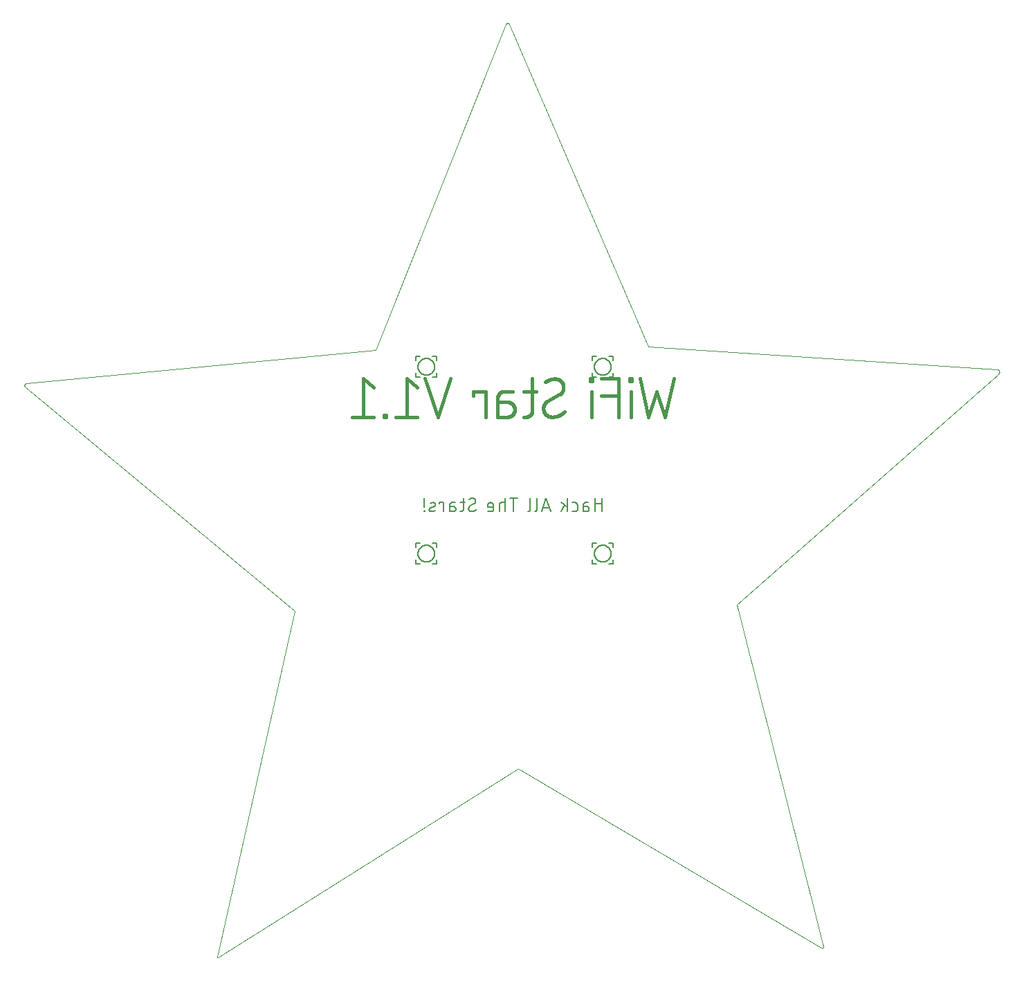
<source format=gbo>
G04 EAGLE Gerber RS-274X export*
G75*
%MOMM*%
%FSLAX34Y34*%
%LPD*%
%INSilkscreen Bottom*%
%IPPOS*%
%AMOC8*
5,1,8,0,0,1.08239X$1,22.5*%
G01*
%ADD10C,0.001000*%
%ADD11C,0.406400*%
%ADD12C,0.152400*%


D10*
X767380Y748707D02*
X596777Y1142947D01*
X596737Y1143033D01*
X596694Y1143119D01*
X596647Y1143202D01*
X596597Y1143283D01*
X596543Y1143362D01*
X596487Y1143439D01*
X596427Y1143513D01*
X596364Y1143585D01*
X596298Y1143655D01*
X596230Y1143721D01*
X596159Y1143785D01*
X596085Y1143845D01*
X596009Y1143903D01*
X595930Y1143957D01*
X595849Y1144008D01*
X595767Y1144056D01*
X595682Y1144100D01*
X595596Y1144141D01*
X595508Y1144178D01*
X595418Y1144211D01*
X595327Y1144241D01*
X595235Y1144267D01*
X595143Y1144289D01*
X595049Y1144307D01*
X594954Y1144321D01*
X594860Y1144332D01*
X594764Y1144338D01*
X594669Y1144341D01*
X594573Y1144340D01*
X594478Y1144334D01*
X594383Y1144325D01*
X594288Y1144312D01*
X594194Y1144295D01*
X594101Y1144274D01*
X594009Y1144249D01*
X593918Y1144221D01*
X593828Y1144188D01*
X593740Y1144153D01*
X593653Y1144113D01*
X593567Y1144070D01*
X593484Y1144023D01*
X593403Y1143973D01*
X593323Y1143920D01*
X593247Y1143863D01*
X593172Y1143804D01*
X593100Y1143741D01*
X593031Y1143676D01*
X592964Y1143607D01*
X592900Y1143536D01*
X592839Y1143462D01*
X592782Y1143386D01*
X592727Y1143308D01*
X592676Y1143227D01*
X592628Y1143145D01*
X592584Y1143060D01*
X592543Y1142974D01*
X592506Y1142886D01*
X433200Y743945D01*
X5663Y703530D01*
X5568Y703520D01*
X5473Y703505D01*
X5379Y703486D01*
X5286Y703464D01*
X5193Y703437D01*
X5102Y703407D01*
X5012Y703374D01*
X4924Y703336D01*
X4837Y703296D01*
X4752Y703251D01*
X4668Y703204D01*
X4587Y703153D01*
X4508Y703098D01*
X4431Y703041D01*
X4357Y702980D01*
X4285Y702917D01*
X4215Y702850D01*
X4149Y702781D01*
X4085Y702709D01*
X4024Y702635D01*
X3967Y702558D01*
X3912Y702479D01*
X3861Y702398D01*
X3813Y702315D01*
X3768Y702230D01*
X3727Y702143D01*
X3690Y702055D01*
X3656Y701965D01*
X3626Y701874D01*
X3599Y701782D01*
X3576Y701688D01*
X3557Y701594D01*
X3542Y701500D01*
X3531Y701404D01*
X3524Y701309D01*
X3520Y701213D01*
X3521Y701117D01*
X3525Y701021D01*
X3533Y700925D01*
X3545Y700830D01*
X3561Y700735D01*
X3581Y700641D01*
X3605Y700548D01*
X3632Y700456D01*
X3663Y700365D01*
X3698Y700276D01*
X3736Y700188D01*
X3778Y700101D01*
X3823Y700017D01*
X3872Y699934D01*
X3924Y699853D01*
X3979Y699775D01*
X4037Y699699D01*
X4099Y699625D01*
X4163Y699554D01*
X4230Y699485D01*
X4300Y699419D01*
X4373Y699356D01*
X4372Y699356D02*
X334466Y424653D01*
X239866Y1453D01*
X239857Y1405D01*
X239852Y1357D01*
X239851Y1308D01*
X239854Y1260D01*
X239860Y1212D01*
X239870Y1165D01*
X239884Y1118D01*
X239902Y1073D01*
X239923Y1029D01*
X239947Y987D01*
X239974Y947D01*
X240005Y910D01*
X240038Y875D01*
X240074Y842D01*
X240113Y813D01*
X240154Y787D01*
X240196Y763D01*
X240240Y744D01*
X240286Y728D01*
X240333Y715D01*
X240381Y706D01*
X240429Y701D01*
X240477Y700D01*
X240526Y703D01*
X240574Y709D01*
X240621Y719D01*
X240668Y733D01*
X240713Y750D01*
X240757Y771D01*
X240799Y795D01*
X607616Y232081D01*
X978645Y12656D01*
X978716Y12616D01*
X978789Y12580D01*
X978864Y12547D01*
X978940Y12518D01*
X979017Y12493D01*
X979095Y12471D01*
X979175Y12453D01*
X979255Y12439D01*
X979336Y12429D01*
X979417Y12422D01*
X979498Y12420D01*
X979580Y12422D01*
X979661Y12427D01*
X979742Y12436D01*
X979822Y12449D01*
X979902Y12466D01*
X979980Y12487D01*
X980058Y12512D01*
X980134Y12540D01*
X980209Y12572D01*
X980282Y12607D01*
X980354Y12646D01*
X980423Y12688D01*
X980491Y12734D01*
X980556Y12783D01*
X980619Y12835D01*
X980679Y12889D01*
X980736Y12947D01*
X980791Y13007D01*
X980843Y13070D01*
X980891Y13136D01*
X980937Y13203D01*
X980979Y13273D01*
X981018Y13344D01*
X981053Y13418D01*
X981085Y13493D01*
X981113Y13569D01*
X981137Y13647D01*
X981158Y13726D01*
X981174Y13805D01*
X981187Y13886D01*
X981196Y13966D01*
X981202Y14048D01*
X981203Y14129D01*
X981200Y14210D01*
X981194Y14292D01*
X981183Y14372D01*
X981169Y14452D01*
X981151Y14532D01*
X981150Y14532D02*
X875170Y432359D01*
X1195568Y714823D01*
X1195652Y714899D01*
X1195734Y714979D01*
X1195812Y715061D01*
X1195888Y715145D01*
X1195960Y715233D01*
X1196030Y715322D01*
X1196097Y715414D01*
X1196160Y715508D01*
X1196220Y715605D01*
X1196277Y715703D01*
X1196330Y715803D01*
X1196380Y715905D01*
X1196427Y716009D01*
X1196470Y716114D01*
X1196509Y716220D01*
X1196545Y716328D01*
X1196577Y716437D01*
X1196605Y716547D01*
X1196629Y716658D01*
X1196650Y716769D01*
X1196667Y716882D01*
X1196680Y716995D01*
X1196689Y717108D01*
X1196695Y717221D01*
X1196696Y717335D01*
X1196694Y717448D01*
X1196687Y717562D01*
X1196677Y717675D01*
X1196663Y717787D01*
X1196645Y717899D01*
X1196624Y718011D01*
X1196598Y718121D01*
X1196569Y718231D01*
X1196536Y718340D01*
X1196499Y718447D01*
X1196459Y718553D01*
X1196415Y718658D01*
X1196368Y718761D01*
X1196317Y718863D01*
X1196263Y718962D01*
X1196205Y719060D01*
X1196144Y719156D01*
X1196080Y719250D01*
X1196012Y719341D01*
X1195942Y719430D01*
X1195868Y719517D01*
X1195792Y719601D01*
X1195713Y719682D01*
X1195631Y719761D01*
X1195546Y719836D01*
X1195459Y719909D01*
X1195370Y719979D01*
X1195278Y720046D01*
X1195184Y720109D01*
X1195088Y720170D01*
X1194990Y720227D01*
X1194890Y720280D01*
X1194788Y720331D01*
X1194684Y720377D01*
X1194579Y720420D01*
X1194473Y720460D01*
X1194365Y720496D01*
X1194256Y720528D01*
X1194146Y720557D01*
X1194035Y720581D01*
X1193924Y720602D01*
X1193812Y720619D01*
X1193699Y720632D01*
X1193586Y720642D01*
X1193585Y720642D02*
X767380Y748707D01*
D11*
X798068Y709168D02*
X787682Y662432D01*
X777296Y693589D01*
X766911Y662432D01*
X756525Y709168D01*
X745546Y693589D02*
X745546Y662432D01*
X746845Y706572D02*
X746845Y709168D01*
X744248Y709168D01*
X744248Y706572D01*
X746845Y706572D01*
X730608Y709168D02*
X730608Y662432D01*
X730608Y709168D02*
X709836Y709168D01*
X709836Y688396D02*
X730608Y688396D01*
X697287Y693589D02*
X697287Y662432D01*
X698585Y706572D02*
X698585Y709168D01*
X695988Y709168D01*
X695988Y706572D01*
X698585Y706572D01*
X648970Y662432D02*
X648719Y662435D01*
X648468Y662444D01*
X648218Y662459D01*
X647968Y662480D01*
X647718Y662508D01*
X647469Y662541D01*
X647221Y662580D01*
X646975Y662625D01*
X646729Y662677D01*
X646484Y662734D01*
X646242Y662797D01*
X646000Y662866D01*
X645761Y662940D01*
X645523Y663021D01*
X645287Y663107D01*
X645054Y663199D01*
X644822Y663296D01*
X644593Y663399D01*
X644367Y663508D01*
X644143Y663622D01*
X643923Y663741D01*
X643705Y663866D01*
X643490Y663995D01*
X643278Y664130D01*
X643070Y664270D01*
X642865Y664416D01*
X642664Y664566D01*
X642466Y664720D01*
X642273Y664880D01*
X642083Y665044D01*
X641897Y665213D01*
X641715Y665386D01*
X641538Y665563D01*
X641365Y665745D01*
X641196Y665931D01*
X641032Y666121D01*
X640872Y666314D01*
X640718Y666512D01*
X640568Y666713D01*
X640422Y666918D01*
X640282Y667126D01*
X640147Y667338D01*
X640018Y667553D01*
X639893Y667771D01*
X639774Y667991D01*
X639660Y668215D01*
X639551Y668441D01*
X639448Y668670D01*
X639351Y668901D01*
X639259Y669135D01*
X639173Y669371D01*
X639092Y669609D01*
X639018Y669848D01*
X638949Y670090D01*
X638886Y670332D01*
X638829Y670577D01*
X638777Y670823D01*
X638732Y671069D01*
X638693Y671317D01*
X638660Y671566D01*
X638632Y671816D01*
X638611Y672066D01*
X638596Y672316D01*
X638587Y672567D01*
X638584Y672818D01*
X648970Y662432D02*
X649495Y662438D01*
X650020Y662457D01*
X650544Y662489D01*
X651067Y662532D01*
X651589Y662589D01*
X652109Y662658D01*
X652628Y662739D01*
X653144Y662833D01*
X653658Y662939D01*
X654170Y663057D01*
X654678Y663188D01*
X655183Y663330D01*
X655685Y663485D01*
X656183Y663651D01*
X656676Y663830D01*
X657166Y664020D01*
X657650Y664222D01*
X658130Y664436D01*
X658604Y664660D01*
X659073Y664897D01*
X659536Y665144D01*
X659993Y665402D01*
X660444Y665671D01*
X660888Y665951D01*
X661325Y666241D01*
X661755Y666542D01*
X662178Y666853D01*
X662594Y667174D01*
X663001Y667505D01*
X663401Y667846D01*
X663792Y668196D01*
X664175Y668555D01*
X664549Y668923D01*
X663251Y698782D02*
X663248Y699033D01*
X663239Y699284D01*
X663224Y699534D01*
X663203Y699784D01*
X663175Y700034D01*
X663142Y700283D01*
X663103Y700531D01*
X663058Y700777D01*
X663006Y701023D01*
X662949Y701268D01*
X662886Y701510D01*
X662817Y701752D01*
X662743Y701991D01*
X662662Y702229D01*
X662576Y702465D01*
X662484Y702699D01*
X662387Y702930D01*
X662284Y703159D01*
X662175Y703385D01*
X662061Y703609D01*
X661942Y703829D01*
X661817Y704047D01*
X661688Y704262D01*
X661553Y704474D01*
X661413Y704682D01*
X661267Y704887D01*
X661117Y705088D01*
X660963Y705286D01*
X660803Y705479D01*
X660639Y705669D01*
X660470Y705855D01*
X660297Y706037D01*
X660120Y706214D01*
X659938Y706387D01*
X659752Y706556D01*
X659562Y706720D01*
X659369Y706880D01*
X659171Y707034D01*
X658970Y707184D01*
X658765Y707330D01*
X658557Y707470D01*
X658345Y707605D01*
X658130Y707734D01*
X657912Y707859D01*
X657692Y707978D01*
X657468Y708092D01*
X657242Y708201D01*
X657013Y708304D01*
X656782Y708401D01*
X656548Y708493D01*
X656312Y708579D01*
X656074Y708660D01*
X655835Y708734D01*
X655593Y708803D01*
X655351Y708866D01*
X655106Y708923D01*
X654860Y708975D01*
X654614Y709020D01*
X654366Y709059D01*
X654117Y709092D01*
X653867Y709120D01*
X653617Y709141D01*
X653367Y709156D01*
X653116Y709165D01*
X652865Y709168D01*
X652401Y709162D01*
X651937Y709146D01*
X651474Y709118D01*
X651011Y709080D01*
X650550Y709030D01*
X650090Y708969D01*
X649631Y708898D01*
X649175Y708815D01*
X648720Y708722D01*
X648268Y708618D01*
X647818Y708503D01*
X647371Y708377D01*
X646928Y708241D01*
X646487Y708094D01*
X646051Y707937D01*
X645618Y707769D01*
X645189Y707591D01*
X644765Y707403D01*
X644345Y707205D01*
X643930Y706997D01*
X643521Y706779D01*
X643116Y706552D01*
X642717Y706315D01*
X642324Y706068D01*
X641937Y705812D01*
X641556Y705547D01*
X641181Y705273D01*
X658057Y689695D02*
X658275Y689826D01*
X658490Y689964D01*
X658701Y690106D01*
X658909Y690253D01*
X659113Y690406D01*
X659313Y690563D01*
X659510Y690725D01*
X659702Y690892D01*
X659891Y691063D01*
X660075Y691239D01*
X660255Y691419D01*
X660430Y691603D01*
X660601Y691792D01*
X660768Y691985D01*
X660930Y692182D01*
X661087Y692382D01*
X661239Y692586D01*
X661386Y692794D01*
X661528Y693006D01*
X661665Y693221D01*
X661796Y693439D01*
X661923Y693660D01*
X662044Y693884D01*
X662159Y694111D01*
X662269Y694340D01*
X662374Y694573D01*
X662473Y694808D01*
X662566Y695045D01*
X662653Y695284D01*
X662735Y695525D01*
X662810Y695768D01*
X662880Y696013D01*
X662944Y696260D01*
X663002Y696508D01*
X663054Y696757D01*
X663100Y697008D01*
X663139Y697259D01*
X663173Y697512D01*
X663201Y697765D01*
X663222Y698019D01*
X663238Y698273D01*
X663247Y698527D01*
X663250Y698782D01*
X643777Y681906D02*
X643559Y681774D01*
X643344Y681636D01*
X643133Y681494D01*
X642925Y681347D01*
X642721Y681194D01*
X642521Y681037D01*
X642324Y680875D01*
X642132Y680708D01*
X641943Y680537D01*
X641759Y680361D01*
X641579Y680181D01*
X641404Y679997D01*
X641233Y679808D01*
X641066Y679615D01*
X640904Y679418D01*
X640747Y679218D01*
X640595Y679014D01*
X640448Y678806D01*
X640306Y678594D01*
X640169Y678379D01*
X640038Y678161D01*
X639911Y677940D01*
X639790Y677716D01*
X639675Y677489D01*
X639565Y677260D01*
X639460Y677027D01*
X639361Y676793D01*
X639268Y676555D01*
X639181Y676316D01*
X639099Y676075D01*
X639024Y675832D01*
X638954Y675587D01*
X638890Y675340D01*
X638832Y675092D01*
X638780Y674843D01*
X638734Y674592D01*
X638695Y674341D01*
X638661Y674088D01*
X638633Y673835D01*
X638612Y673581D01*
X638596Y673327D01*
X638587Y673073D01*
X638584Y672818D01*
X643777Y681905D02*
X658058Y689695D01*
X630089Y693589D02*
X614511Y693589D01*
X624897Y709168D02*
X624897Y670221D01*
X624896Y670221D02*
X624894Y670033D01*
X624887Y669845D01*
X624876Y669657D01*
X624860Y669469D01*
X624839Y669282D01*
X624814Y669096D01*
X624785Y668910D01*
X624751Y668725D01*
X624712Y668540D01*
X624670Y668357D01*
X624622Y668175D01*
X624571Y667994D01*
X624515Y667814D01*
X624454Y667636D01*
X624390Y667459D01*
X624321Y667284D01*
X624248Y667110D01*
X624171Y666939D01*
X624089Y666769D01*
X624004Y666601D01*
X623914Y666436D01*
X623821Y666272D01*
X623724Y666111D01*
X623622Y665953D01*
X623517Y665796D01*
X623408Y665643D01*
X623296Y665492D01*
X623180Y665344D01*
X623060Y665198D01*
X622937Y665056D01*
X622811Y664917D01*
X622681Y664780D01*
X622548Y664647D01*
X622411Y664517D01*
X622272Y664391D01*
X622130Y664268D01*
X621984Y664148D01*
X621836Y664032D01*
X621685Y663920D01*
X621532Y663811D01*
X621375Y663706D01*
X621217Y663604D01*
X621056Y663507D01*
X620892Y663414D01*
X620727Y663324D01*
X620559Y663239D01*
X620389Y663157D01*
X620218Y663080D01*
X620044Y663007D01*
X619869Y662938D01*
X619692Y662874D01*
X619514Y662813D01*
X619334Y662757D01*
X619153Y662706D01*
X618971Y662658D01*
X618788Y662616D01*
X618603Y662577D01*
X618418Y662543D01*
X618232Y662514D01*
X618046Y662489D01*
X617859Y662468D01*
X617671Y662452D01*
X617483Y662441D01*
X617295Y662434D01*
X617107Y662432D01*
X614511Y662432D01*
X594413Y680607D02*
X582729Y680607D01*
X594413Y680608D02*
X594634Y680605D01*
X594855Y680597D01*
X595076Y680584D01*
X595297Y680565D01*
X595517Y680541D01*
X595736Y680511D01*
X595955Y680476D01*
X596172Y680436D01*
X596389Y680391D01*
X596604Y680340D01*
X596819Y680284D01*
X597031Y680223D01*
X597242Y680156D01*
X597452Y680085D01*
X597660Y680008D01*
X597865Y679927D01*
X598069Y679840D01*
X598270Y679749D01*
X598470Y679652D01*
X598667Y679551D01*
X598861Y679445D01*
X599052Y679335D01*
X599241Y679219D01*
X599427Y679099D01*
X599611Y678975D01*
X599791Y678846D01*
X599967Y678713D01*
X600141Y678576D01*
X600311Y678434D01*
X600478Y678288D01*
X600641Y678139D01*
X600800Y677985D01*
X600955Y677828D01*
X601107Y677667D01*
X601255Y677502D01*
X601398Y677333D01*
X601538Y677162D01*
X601673Y676986D01*
X601804Y676808D01*
X601931Y676626D01*
X602053Y676442D01*
X602170Y676254D01*
X602283Y676064D01*
X602392Y675871D01*
X602495Y675675D01*
X602594Y675477D01*
X602688Y675277D01*
X602777Y675074D01*
X602861Y674870D01*
X602940Y674663D01*
X603014Y674454D01*
X603083Y674244D01*
X603147Y674032D01*
X603205Y673819D01*
X603259Y673604D01*
X603307Y673388D01*
X603350Y673171D01*
X603387Y672953D01*
X603420Y672734D01*
X603446Y672514D01*
X603468Y672294D01*
X603484Y672073D01*
X603495Y671852D01*
X603500Y671631D01*
X603500Y671409D01*
X603495Y671188D01*
X603484Y670967D01*
X603468Y670746D01*
X603446Y670526D01*
X603420Y670306D01*
X603387Y670087D01*
X603350Y669869D01*
X603307Y669652D01*
X603259Y669436D01*
X603205Y669221D01*
X603147Y669008D01*
X603083Y668796D01*
X603014Y668586D01*
X602940Y668377D01*
X602861Y668170D01*
X602777Y667966D01*
X602688Y667763D01*
X602594Y667563D01*
X602495Y667365D01*
X602392Y667169D01*
X602283Y666976D01*
X602170Y666786D01*
X602053Y666598D01*
X601931Y666414D01*
X601804Y666232D01*
X601673Y666054D01*
X601538Y665878D01*
X601398Y665707D01*
X601255Y665538D01*
X601107Y665373D01*
X600955Y665212D01*
X600800Y665055D01*
X600641Y664901D01*
X600478Y664752D01*
X600311Y664606D01*
X600141Y664464D01*
X599967Y664327D01*
X599791Y664194D01*
X599611Y664065D01*
X599427Y663941D01*
X599241Y663821D01*
X599052Y663705D01*
X598861Y663595D01*
X598667Y663489D01*
X598470Y663388D01*
X598270Y663291D01*
X598069Y663200D01*
X597865Y663113D01*
X597660Y663032D01*
X597452Y662955D01*
X597242Y662884D01*
X597031Y662817D01*
X596819Y662756D01*
X596604Y662700D01*
X596389Y662649D01*
X596172Y662604D01*
X595955Y662564D01*
X595736Y662529D01*
X595517Y662499D01*
X595297Y662475D01*
X595076Y662456D01*
X594855Y662443D01*
X594634Y662435D01*
X594413Y662432D01*
X582729Y662432D01*
X582729Y685800D01*
X582731Y685988D01*
X582738Y686176D01*
X582749Y686364D01*
X582765Y686552D01*
X582786Y686739D01*
X582811Y686925D01*
X582840Y687111D01*
X582874Y687296D01*
X582913Y687481D01*
X582955Y687664D01*
X583003Y687846D01*
X583054Y688027D01*
X583110Y688207D01*
X583171Y688385D01*
X583235Y688562D01*
X583304Y688737D01*
X583377Y688911D01*
X583454Y689082D01*
X583536Y689252D01*
X583621Y689420D01*
X583711Y689585D01*
X583804Y689749D01*
X583901Y689910D01*
X584003Y690068D01*
X584108Y690225D01*
X584217Y690378D01*
X584329Y690529D01*
X584445Y690677D01*
X584565Y690823D01*
X584688Y690965D01*
X584814Y691104D01*
X584944Y691241D01*
X585077Y691374D01*
X585214Y691504D01*
X585353Y691630D01*
X585495Y691753D01*
X585641Y691873D01*
X585789Y691989D01*
X585940Y692101D01*
X586093Y692210D01*
X586250Y692315D01*
X586408Y692417D01*
X586569Y692514D01*
X586733Y692607D01*
X586898Y692697D01*
X587066Y692782D01*
X587236Y692864D01*
X587407Y692941D01*
X587581Y693014D01*
X587756Y693083D01*
X587933Y693147D01*
X588111Y693208D01*
X588291Y693264D01*
X588472Y693315D01*
X588654Y693363D01*
X588837Y693405D01*
X589022Y693444D01*
X589207Y693478D01*
X589393Y693507D01*
X589579Y693532D01*
X589766Y693553D01*
X589954Y693569D01*
X590142Y693580D01*
X590330Y693587D01*
X590518Y693589D01*
X600904Y693589D01*
X568017Y693589D02*
X568017Y662432D01*
X568017Y693589D02*
X552439Y693589D01*
X552439Y688396D01*
X524905Y709168D02*
X509327Y662432D01*
X493748Y709168D01*
X484209Y698782D02*
X471227Y709168D01*
X471227Y662432D01*
X484209Y662432D02*
X458244Y662432D01*
X445855Y662432D02*
X445855Y665028D01*
X443258Y665028D01*
X443258Y662432D01*
X445855Y662432D01*
X430869Y698782D02*
X417887Y709168D01*
X417887Y662432D01*
X430869Y662432D02*
X404904Y662432D01*
D12*
X710438Y563118D02*
X710438Y546862D01*
X710438Y555893D02*
X701407Y555893D01*
X701407Y563118D02*
X701407Y546862D01*
X691337Y553184D02*
X687273Y553184D01*
X691337Y553184D02*
X691449Y553182D01*
X691560Y553176D01*
X691671Y553166D01*
X691782Y553153D01*
X691892Y553135D01*
X692001Y553113D01*
X692110Y553088D01*
X692218Y553059D01*
X692324Y553026D01*
X692430Y552989D01*
X692534Y552949D01*
X692636Y552905D01*
X692737Y552857D01*
X692836Y552806D01*
X692934Y552751D01*
X693029Y552693D01*
X693122Y552632D01*
X693213Y552567D01*
X693302Y552499D01*
X693388Y552428D01*
X693471Y552355D01*
X693552Y552278D01*
X693631Y552198D01*
X693706Y552116D01*
X693778Y552031D01*
X693848Y551944D01*
X693914Y551854D01*
X693977Y551762D01*
X694037Y551667D01*
X694093Y551571D01*
X694146Y551473D01*
X694195Y551373D01*
X694241Y551271D01*
X694283Y551168D01*
X694322Y551063D01*
X694357Y550957D01*
X694388Y550850D01*
X694415Y550742D01*
X694439Y550633D01*
X694458Y550523D01*
X694474Y550413D01*
X694486Y550302D01*
X694494Y550190D01*
X694498Y550079D01*
X694498Y549967D01*
X694494Y549856D01*
X694486Y549744D01*
X694474Y549633D01*
X694458Y549523D01*
X694439Y549413D01*
X694415Y549304D01*
X694388Y549196D01*
X694357Y549089D01*
X694322Y548983D01*
X694283Y548878D01*
X694241Y548775D01*
X694195Y548673D01*
X694146Y548573D01*
X694093Y548475D01*
X694037Y548379D01*
X693977Y548284D01*
X693914Y548192D01*
X693848Y548102D01*
X693778Y548015D01*
X693706Y547930D01*
X693631Y547848D01*
X693552Y547768D01*
X693471Y547691D01*
X693388Y547618D01*
X693302Y547547D01*
X693213Y547479D01*
X693122Y547414D01*
X693029Y547353D01*
X692934Y547295D01*
X692836Y547240D01*
X692737Y547189D01*
X692636Y547141D01*
X692534Y547097D01*
X692430Y547057D01*
X692324Y547020D01*
X692218Y546987D01*
X692110Y546958D01*
X692001Y546933D01*
X691892Y546911D01*
X691782Y546893D01*
X691671Y546880D01*
X691560Y546870D01*
X691449Y546864D01*
X691337Y546862D01*
X687273Y546862D01*
X687273Y554990D01*
X687275Y555091D01*
X687281Y555192D01*
X687290Y555293D01*
X687303Y555394D01*
X687320Y555494D01*
X687341Y555593D01*
X687365Y555691D01*
X687393Y555788D01*
X687425Y555885D01*
X687460Y555980D01*
X687499Y556073D01*
X687541Y556165D01*
X687587Y556256D01*
X687636Y556345D01*
X687688Y556431D01*
X687744Y556516D01*
X687802Y556599D01*
X687864Y556679D01*
X687929Y556757D01*
X687996Y556833D01*
X688066Y556906D01*
X688139Y556976D01*
X688215Y557043D01*
X688293Y557108D01*
X688373Y557170D01*
X688456Y557228D01*
X688541Y557284D01*
X688628Y557336D01*
X688716Y557385D01*
X688807Y557431D01*
X688899Y557473D01*
X688992Y557512D01*
X689087Y557547D01*
X689184Y557579D01*
X689281Y557607D01*
X689379Y557631D01*
X689478Y557652D01*
X689578Y557669D01*
X689679Y557682D01*
X689780Y557691D01*
X689881Y557697D01*
X689982Y557699D01*
X693595Y557699D01*
X677630Y546862D02*
X674017Y546862D01*
X677630Y546862D02*
X677731Y546864D01*
X677832Y546870D01*
X677933Y546879D01*
X678034Y546892D01*
X678134Y546909D01*
X678233Y546930D01*
X678331Y546954D01*
X678428Y546982D01*
X678525Y547014D01*
X678620Y547049D01*
X678713Y547088D01*
X678805Y547130D01*
X678896Y547176D01*
X678985Y547225D01*
X679071Y547277D01*
X679156Y547333D01*
X679239Y547391D01*
X679319Y547453D01*
X679397Y547518D01*
X679473Y547585D01*
X679546Y547655D01*
X679616Y547728D01*
X679683Y547804D01*
X679748Y547882D01*
X679810Y547962D01*
X679868Y548045D01*
X679924Y548130D01*
X679976Y548217D01*
X680025Y548305D01*
X680071Y548396D01*
X680113Y548488D01*
X680152Y548581D01*
X680187Y548676D01*
X680219Y548773D01*
X680247Y548870D01*
X680271Y548968D01*
X680292Y549067D01*
X680309Y549167D01*
X680322Y549268D01*
X680331Y549369D01*
X680337Y549470D01*
X680339Y549571D01*
X680339Y554990D01*
X680337Y555091D01*
X680331Y555192D01*
X680322Y555293D01*
X680309Y555394D01*
X680292Y555494D01*
X680271Y555593D01*
X680247Y555691D01*
X680219Y555788D01*
X680187Y555885D01*
X680152Y555980D01*
X680113Y556073D01*
X680071Y556165D01*
X680025Y556256D01*
X679976Y556345D01*
X679924Y556431D01*
X679868Y556516D01*
X679810Y556599D01*
X679748Y556679D01*
X679683Y556757D01*
X679616Y556833D01*
X679546Y556906D01*
X679473Y556976D01*
X679397Y557043D01*
X679319Y557108D01*
X679239Y557170D01*
X679156Y557228D01*
X679071Y557284D01*
X678985Y557336D01*
X678896Y557385D01*
X678805Y557431D01*
X678713Y557473D01*
X678620Y557512D01*
X678525Y557547D01*
X678428Y557579D01*
X678331Y557607D01*
X678233Y557631D01*
X678134Y557652D01*
X678034Y557669D01*
X677933Y557682D01*
X677832Y557691D01*
X677731Y557697D01*
X677630Y557699D01*
X674017Y557699D01*
X667683Y563118D02*
X667683Y546862D01*
X667683Y552281D02*
X660458Y557699D01*
X664522Y554538D02*
X660458Y546862D01*
X647253Y546862D02*
X641834Y563118D01*
X636416Y546862D01*
X637770Y550926D02*
X645898Y550926D01*
X630621Y549571D02*
X630621Y563118D01*
X630620Y549571D02*
X630618Y549470D01*
X630612Y549369D01*
X630603Y549268D01*
X630590Y549167D01*
X630573Y549067D01*
X630552Y548968D01*
X630528Y548870D01*
X630500Y548773D01*
X630468Y548676D01*
X630433Y548581D01*
X630394Y548488D01*
X630352Y548396D01*
X630306Y548305D01*
X630257Y548217D01*
X630205Y548130D01*
X630149Y548045D01*
X630091Y547962D01*
X630029Y547882D01*
X629964Y547804D01*
X629897Y547728D01*
X629827Y547655D01*
X629754Y547585D01*
X629678Y547518D01*
X629600Y547453D01*
X629520Y547391D01*
X629437Y547333D01*
X629352Y547277D01*
X629266Y547225D01*
X629177Y547176D01*
X629086Y547130D01*
X628994Y547088D01*
X628901Y547049D01*
X628806Y547014D01*
X628709Y546982D01*
X628612Y546954D01*
X628514Y546930D01*
X628415Y546909D01*
X628315Y546892D01*
X628214Y546879D01*
X628113Y546870D01*
X628012Y546864D01*
X627911Y546862D01*
X622284Y549571D02*
X622284Y563118D01*
X622284Y549571D02*
X622282Y549470D01*
X622276Y549369D01*
X622267Y549268D01*
X622254Y549167D01*
X622237Y549067D01*
X622216Y548968D01*
X622192Y548870D01*
X622164Y548773D01*
X622132Y548676D01*
X622097Y548581D01*
X622058Y548488D01*
X622016Y548396D01*
X621970Y548305D01*
X621921Y548217D01*
X621869Y548130D01*
X621813Y548045D01*
X621755Y547962D01*
X621693Y547882D01*
X621628Y547804D01*
X621561Y547728D01*
X621491Y547655D01*
X621418Y547585D01*
X621342Y547518D01*
X621264Y547453D01*
X621184Y547391D01*
X621101Y547333D01*
X621016Y547277D01*
X620930Y547225D01*
X620841Y547176D01*
X620750Y547130D01*
X620658Y547088D01*
X620565Y547049D01*
X620470Y547014D01*
X620373Y546982D01*
X620276Y546954D01*
X620178Y546930D01*
X620079Y546909D01*
X619979Y546892D01*
X619878Y546879D01*
X619777Y546870D01*
X619676Y546864D01*
X619575Y546862D01*
X602235Y546862D02*
X602235Y563118D01*
X597720Y563118D02*
X606751Y563118D01*
X591780Y563118D02*
X591780Y546862D01*
X591780Y557699D02*
X587264Y557699D01*
X587160Y557697D01*
X587057Y557691D01*
X586953Y557681D01*
X586850Y557667D01*
X586748Y557649D01*
X586647Y557628D01*
X586546Y557602D01*
X586447Y557573D01*
X586348Y557540D01*
X586251Y557503D01*
X586156Y557462D01*
X586062Y557418D01*
X585970Y557370D01*
X585880Y557319D01*
X585791Y557264D01*
X585705Y557206D01*
X585622Y557144D01*
X585540Y557080D01*
X585462Y557012D01*
X585386Y556942D01*
X585312Y556869D01*
X585242Y556792D01*
X585174Y556714D01*
X585110Y556632D01*
X585048Y556549D01*
X584990Y556463D01*
X584935Y556374D01*
X584884Y556284D01*
X584836Y556192D01*
X584792Y556098D01*
X584751Y556003D01*
X584714Y555906D01*
X584681Y555807D01*
X584652Y555708D01*
X584626Y555607D01*
X584605Y555506D01*
X584587Y555404D01*
X584573Y555301D01*
X584563Y555197D01*
X584557Y555094D01*
X584555Y554990D01*
X584555Y546862D01*
X575002Y546862D02*
X570487Y546862D01*
X575002Y546862D02*
X575103Y546864D01*
X575204Y546870D01*
X575305Y546879D01*
X575406Y546892D01*
X575506Y546909D01*
X575605Y546930D01*
X575703Y546954D01*
X575800Y546982D01*
X575897Y547014D01*
X575992Y547049D01*
X576085Y547088D01*
X576177Y547130D01*
X576268Y547176D01*
X576357Y547225D01*
X576443Y547277D01*
X576528Y547333D01*
X576611Y547391D01*
X576691Y547453D01*
X576769Y547518D01*
X576845Y547585D01*
X576918Y547655D01*
X576988Y547728D01*
X577055Y547804D01*
X577120Y547882D01*
X577182Y547962D01*
X577240Y548045D01*
X577296Y548130D01*
X577348Y548217D01*
X577397Y548305D01*
X577443Y548396D01*
X577485Y548488D01*
X577524Y548581D01*
X577559Y548676D01*
X577591Y548773D01*
X577619Y548870D01*
X577643Y548968D01*
X577664Y549067D01*
X577681Y549167D01*
X577694Y549268D01*
X577703Y549369D01*
X577709Y549470D01*
X577711Y549571D01*
X577712Y549571D02*
X577712Y554087D01*
X577711Y554087D02*
X577709Y554206D01*
X577703Y554326D01*
X577693Y554445D01*
X577679Y554563D01*
X577662Y554682D01*
X577640Y554799D01*
X577615Y554916D01*
X577585Y555031D01*
X577552Y555146D01*
X577515Y555260D01*
X577475Y555372D01*
X577430Y555483D01*
X577382Y555592D01*
X577331Y555700D01*
X577276Y555806D01*
X577217Y555910D01*
X577155Y556012D01*
X577090Y556112D01*
X577021Y556210D01*
X576949Y556306D01*
X576874Y556399D01*
X576797Y556489D01*
X576716Y556577D01*
X576632Y556662D01*
X576545Y556744D01*
X576456Y556824D01*
X576364Y556900D01*
X576270Y556974D01*
X576173Y557044D01*
X576075Y557111D01*
X575974Y557175D01*
X575870Y557235D01*
X575765Y557292D01*
X575658Y557345D01*
X575550Y557395D01*
X575440Y557441D01*
X575328Y557483D01*
X575215Y557522D01*
X575101Y557557D01*
X574986Y557588D01*
X574869Y557616D01*
X574752Y557639D01*
X574635Y557659D01*
X574516Y557675D01*
X574397Y557687D01*
X574278Y557695D01*
X574159Y557699D01*
X574039Y557699D01*
X573920Y557695D01*
X573801Y557687D01*
X573682Y557675D01*
X573563Y557659D01*
X573446Y557639D01*
X573329Y557616D01*
X573212Y557588D01*
X573097Y557557D01*
X572983Y557522D01*
X572870Y557483D01*
X572758Y557441D01*
X572648Y557395D01*
X572540Y557345D01*
X572433Y557292D01*
X572328Y557235D01*
X572224Y557175D01*
X572123Y557111D01*
X572025Y557044D01*
X571928Y556974D01*
X571834Y556900D01*
X571742Y556824D01*
X571653Y556744D01*
X571566Y556662D01*
X571482Y556577D01*
X571401Y556489D01*
X571324Y556399D01*
X571249Y556306D01*
X571177Y556210D01*
X571108Y556112D01*
X571043Y556012D01*
X570981Y555910D01*
X570922Y555806D01*
X570867Y555700D01*
X570816Y555592D01*
X570768Y555483D01*
X570723Y555372D01*
X570683Y555260D01*
X570646Y555146D01*
X570613Y555031D01*
X570583Y554916D01*
X570558Y554799D01*
X570536Y554682D01*
X570519Y554563D01*
X570505Y554445D01*
X570495Y554326D01*
X570489Y554206D01*
X570487Y554087D01*
X570487Y552281D01*
X577712Y552281D01*
X550791Y546862D02*
X550673Y546864D01*
X550555Y546870D01*
X550437Y546879D01*
X550320Y546893D01*
X550203Y546910D01*
X550086Y546931D01*
X549971Y546956D01*
X549856Y546985D01*
X549742Y547018D01*
X549630Y547054D01*
X549519Y547094D01*
X549409Y547137D01*
X549300Y547184D01*
X549193Y547234D01*
X549088Y547289D01*
X548985Y547346D01*
X548884Y547407D01*
X548784Y547471D01*
X548687Y547538D01*
X548592Y547608D01*
X548500Y547682D01*
X548409Y547758D01*
X548322Y547838D01*
X548237Y547920D01*
X548155Y548005D01*
X548075Y548092D01*
X547999Y548183D01*
X547925Y548275D01*
X547855Y548370D01*
X547788Y548467D01*
X547724Y548567D01*
X547663Y548668D01*
X547606Y548771D01*
X547551Y548876D01*
X547501Y548983D01*
X547454Y549092D01*
X547411Y549202D01*
X547371Y549313D01*
X547335Y549425D01*
X547302Y549539D01*
X547273Y549654D01*
X547248Y549769D01*
X547227Y549886D01*
X547210Y550003D01*
X547196Y550120D01*
X547187Y550238D01*
X547181Y550356D01*
X547179Y550474D01*
X550791Y546862D02*
X550974Y546864D01*
X551156Y546871D01*
X551338Y546882D01*
X551520Y546897D01*
X551702Y546917D01*
X551883Y546941D01*
X552063Y546969D01*
X552243Y547001D01*
X552422Y547038D01*
X552599Y547079D01*
X552776Y547125D01*
X552952Y547174D01*
X553127Y547228D01*
X553300Y547286D01*
X553471Y547348D01*
X553642Y547414D01*
X553810Y547485D01*
X553977Y547559D01*
X554142Y547637D01*
X554305Y547719D01*
X554466Y547805D01*
X554625Y547895D01*
X554782Y547989D01*
X554936Y548086D01*
X555088Y548187D01*
X555238Y548292D01*
X555385Y548400D01*
X555529Y548511D01*
X555671Y548626D01*
X555810Y548745D01*
X555946Y548867D01*
X556079Y548992D01*
X556209Y549120D01*
X555758Y559506D02*
X555756Y559624D01*
X555750Y559742D01*
X555741Y559860D01*
X555727Y559977D01*
X555710Y560094D01*
X555689Y560211D01*
X555664Y560326D01*
X555635Y560441D01*
X555602Y560555D01*
X555566Y560667D01*
X555526Y560778D01*
X555483Y560888D01*
X555436Y560997D01*
X555386Y561104D01*
X555331Y561209D01*
X555274Y561312D01*
X555213Y561413D01*
X555149Y561513D01*
X555082Y561610D01*
X555012Y561705D01*
X554938Y561797D01*
X554862Y561888D01*
X554782Y561975D01*
X554700Y562060D01*
X554615Y562142D01*
X554528Y562222D01*
X554437Y562298D01*
X554345Y562372D01*
X554250Y562442D01*
X554153Y562509D01*
X554053Y562573D01*
X553952Y562634D01*
X553849Y562691D01*
X553744Y562746D01*
X553637Y562796D01*
X553528Y562843D01*
X553418Y562886D01*
X553307Y562926D01*
X553195Y562962D01*
X553081Y562995D01*
X552966Y563024D01*
X552851Y563049D01*
X552734Y563070D01*
X552617Y563087D01*
X552500Y563101D01*
X552382Y563110D01*
X552264Y563116D01*
X552146Y563118D01*
X551985Y563116D01*
X551823Y563110D01*
X551662Y563101D01*
X551501Y563087D01*
X551341Y563070D01*
X551181Y563049D01*
X551021Y563024D01*
X550862Y562995D01*
X550704Y562963D01*
X550547Y562927D01*
X550391Y562887D01*
X550235Y562843D01*
X550081Y562795D01*
X549928Y562744D01*
X549776Y562690D01*
X549625Y562631D01*
X549476Y562570D01*
X549329Y562504D01*
X549183Y562435D01*
X549038Y562363D01*
X548896Y562287D01*
X548755Y562208D01*
X548616Y562126D01*
X548480Y562040D01*
X548345Y561951D01*
X548212Y561859D01*
X548082Y561763D01*
X553953Y556345D02*
X554054Y556407D01*
X554154Y556472D01*
X554251Y556541D01*
X554346Y556613D01*
X554439Y556687D01*
X554529Y556765D01*
X554617Y556846D01*
X554702Y556929D01*
X554784Y557015D01*
X554863Y557104D01*
X554940Y557195D01*
X555013Y557289D01*
X555084Y557385D01*
X555151Y557483D01*
X555215Y557583D01*
X555276Y557686D01*
X555333Y557790D01*
X555387Y557896D01*
X555437Y558004D01*
X555484Y558113D01*
X555528Y558224D01*
X555568Y558336D01*
X555604Y558450D01*
X555636Y558564D01*
X555665Y558680D01*
X555690Y558796D01*
X555711Y558913D01*
X555728Y559031D01*
X555742Y559149D01*
X555751Y559268D01*
X555757Y559387D01*
X555759Y559506D01*
X548985Y553635D02*
X548884Y553573D01*
X548784Y553508D01*
X548687Y553439D01*
X548592Y553367D01*
X548499Y553293D01*
X548409Y553215D01*
X548321Y553134D01*
X548236Y553051D01*
X548154Y552965D01*
X548075Y552876D01*
X547998Y552785D01*
X547925Y552691D01*
X547854Y552595D01*
X547787Y552497D01*
X547723Y552397D01*
X547662Y552294D01*
X547605Y552190D01*
X547551Y552084D01*
X547501Y551976D01*
X547454Y551867D01*
X547410Y551756D01*
X547370Y551644D01*
X547334Y551530D01*
X547302Y551416D01*
X547273Y551300D01*
X547248Y551184D01*
X547227Y551067D01*
X547210Y550949D01*
X547196Y550831D01*
X547187Y550712D01*
X547181Y550593D01*
X547179Y550474D01*
X548985Y553635D02*
X553952Y556345D01*
X542536Y557699D02*
X537117Y557699D01*
X540730Y563118D02*
X540730Y549571D01*
X540729Y549571D02*
X540727Y549470D01*
X540721Y549369D01*
X540712Y549268D01*
X540699Y549167D01*
X540682Y549067D01*
X540661Y548968D01*
X540637Y548870D01*
X540609Y548773D01*
X540577Y548676D01*
X540542Y548581D01*
X540503Y548488D01*
X540461Y548396D01*
X540415Y548305D01*
X540366Y548217D01*
X540314Y548130D01*
X540258Y548045D01*
X540200Y547962D01*
X540138Y547882D01*
X540073Y547804D01*
X540006Y547728D01*
X539936Y547655D01*
X539863Y547585D01*
X539787Y547518D01*
X539709Y547453D01*
X539629Y547391D01*
X539546Y547333D01*
X539461Y547277D01*
X539375Y547225D01*
X539286Y547176D01*
X539195Y547130D01*
X539103Y547088D01*
X539010Y547049D01*
X538915Y547014D01*
X538818Y546982D01*
X538721Y546954D01*
X538623Y546930D01*
X538524Y546909D01*
X538424Y546892D01*
X538323Y546879D01*
X538222Y546870D01*
X538121Y546864D01*
X538020Y546862D01*
X537117Y546862D01*
X528251Y553184D02*
X524187Y553184D01*
X528251Y553184D02*
X528363Y553182D01*
X528474Y553176D01*
X528585Y553166D01*
X528696Y553153D01*
X528806Y553135D01*
X528915Y553113D01*
X529024Y553088D01*
X529132Y553059D01*
X529238Y553026D01*
X529344Y552989D01*
X529448Y552949D01*
X529550Y552905D01*
X529651Y552857D01*
X529750Y552806D01*
X529848Y552751D01*
X529943Y552693D01*
X530036Y552632D01*
X530127Y552567D01*
X530216Y552499D01*
X530302Y552428D01*
X530385Y552355D01*
X530466Y552278D01*
X530545Y552198D01*
X530620Y552116D01*
X530692Y552031D01*
X530762Y551944D01*
X530828Y551854D01*
X530891Y551762D01*
X530951Y551667D01*
X531007Y551571D01*
X531060Y551473D01*
X531109Y551373D01*
X531155Y551271D01*
X531197Y551168D01*
X531236Y551063D01*
X531271Y550957D01*
X531302Y550850D01*
X531329Y550742D01*
X531353Y550633D01*
X531372Y550523D01*
X531388Y550413D01*
X531400Y550302D01*
X531408Y550190D01*
X531412Y550079D01*
X531412Y549967D01*
X531408Y549856D01*
X531400Y549744D01*
X531388Y549633D01*
X531372Y549523D01*
X531353Y549413D01*
X531329Y549304D01*
X531302Y549196D01*
X531271Y549089D01*
X531236Y548983D01*
X531197Y548878D01*
X531155Y548775D01*
X531109Y548673D01*
X531060Y548573D01*
X531007Y548475D01*
X530951Y548379D01*
X530891Y548284D01*
X530828Y548192D01*
X530762Y548102D01*
X530692Y548015D01*
X530620Y547930D01*
X530545Y547848D01*
X530466Y547768D01*
X530385Y547691D01*
X530302Y547618D01*
X530216Y547547D01*
X530127Y547479D01*
X530036Y547414D01*
X529943Y547353D01*
X529848Y547295D01*
X529750Y547240D01*
X529651Y547189D01*
X529550Y547141D01*
X529448Y547097D01*
X529344Y547057D01*
X529238Y547020D01*
X529132Y546987D01*
X529024Y546958D01*
X528915Y546933D01*
X528806Y546911D01*
X528696Y546893D01*
X528585Y546880D01*
X528474Y546870D01*
X528363Y546864D01*
X528251Y546862D01*
X524187Y546862D01*
X524187Y554990D01*
X524188Y554990D02*
X524190Y555091D01*
X524196Y555192D01*
X524205Y555293D01*
X524218Y555394D01*
X524235Y555494D01*
X524256Y555593D01*
X524280Y555691D01*
X524308Y555788D01*
X524340Y555885D01*
X524375Y555980D01*
X524414Y556073D01*
X524456Y556165D01*
X524502Y556256D01*
X524551Y556345D01*
X524603Y556431D01*
X524659Y556516D01*
X524717Y556599D01*
X524779Y556679D01*
X524844Y556757D01*
X524911Y556833D01*
X524981Y556906D01*
X525054Y556976D01*
X525130Y557043D01*
X525208Y557108D01*
X525288Y557170D01*
X525371Y557228D01*
X525456Y557284D01*
X525543Y557336D01*
X525631Y557385D01*
X525722Y557431D01*
X525814Y557473D01*
X525907Y557512D01*
X526002Y557547D01*
X526099Y557579D01*
X526196Y557607D01*
X526294Y557631D01*
X526393Y557652D01*
X526493Y557669D01*
X526594Y557682D01*
X526695Y557691D01*
X526796Y557697D01*
X526897Y557699D01*
X530509Y557699D01*
X516665Y557699D02*
X516665Y546862D01*
X516665Y557699D02*
X511246Y557699D01*
X511246Y555893D01*
X504974Y553184D02*
X500459Y551378D01*
X504975Y553184D02*
X505063Y553221D01*
X505149Y553262D01*
X505234Y553306D01*
X505317Y553354D01*
X505397Y553405D01*
X505476Y553459D01*
X505552Y553517D01*
X505626Y553577D01*
X505698Y553641D01*
X505766Y553707D01*
X505832Y553777D01*
X505895Y553848D01*
X505956Y553923D01*
X506013Y553999D01*
X506066Y554078D01*
X506117Y554159D01*
X506164Y554242D01*
X506208Y554327D01*
X506248Y554414D01*
X506285Y554502D01*
X506318Y554592D01*
X506348Y554683D01*
X506373Y554775D01*
X506395Y554868D01*
X506413Y554962D01*
X506428Y555056D01*
X506438Y555151D01*
X506444Y555247D01*
X506447Y555342D01*
X506446Y555438D01*
X506440Y555533D01*
X506431Y555629D01*
X506418Y555723D01*
X506402Y555817D01*
X506381Y555911D01*
X506356Y556003D01*
X506328Y556094D01*
X506296Y556184D01*
X506261Y556273D01*
X506222Y556360D01*
X506179Y556446D01*
X506133Y556530D01*
X506083Y556611D01*
X506031Y556691D01*
X505975Y556769D01*
X505915Y556844D01*
X505853Y556916D01*
X505788Y556986D01*
X505720Y557054D01*
X505650Y557118D01*
X505577Y557180D01*
X505501Y557238D01*
X505423Y557294D01*
X505343Y557346D01*
X505261Y557395D01*
X505177Y557440D01*
X505091Y557482D01*
X505004Y557521D01*
X504915Y557556D01*
X504824Y557587D01*
X504733Y557614D01*
X504640Y557638D01*
X504547Y557658D01*
X504453Y557674D01*
X504358Y557686D01*
X504263Y557695D01*
X504167Y557699D01*
X504072Y557700D01*
X503825Y557693D01*
X503579Y557681D01*
X503333Y557663D01*
X503087Y557638D01*
X502843Y557608D01*
X502599Y557572D01*
X502356Y557531D01*
X502114Y557483D01*
X501873Y557429D01*
X501634Y557370D01*
X501396Y557305D01*
X501160Y557234D01*
X500925Y557158D01*
X500692Y557076D01*
X500462Y556988D01*
X500234Y556895D01*
X500007Y556797D01*
X500458Y551377D02*
X500370Y551340D01*
X500284Y551299D01*
X500199Y551255D01*
X500116Y551207D01*
X500036Y551156D01*
X499957Y551102D01*
X499881Y551044D01*
X499807Y550984D01*
X499735Y550920D01*
X499667Y550854D01*
X499601Y550784D01*
X499538Y550713D01*
X499477Y550638D01*
X499420Y550562D01*
X499367Y550483D01*
X499316Y550402D01*
X499269Y550319D01*
X499225Y550234D01*
X499185Y550147D01*
X499148Y550059D01*
X499115Y549969D01*
X499085Y549878D01*
X499060Y549786D01*
X499038Y549693D01*
X499020Y549599D01*
X499005Y549505D01*
X498995Y549410D01*
X498989Y549314D01*
X498986Y549219D01*
X498987Y549123D01*
X498993Y549028D01*
X499002Y548932D01*
X499015Y548838D01*
X499031Y548744D01*
X499052Y548650D01*
X499077Y548558D01*
X499105Y548467D01*
X499137Y548377D01*
X499172Y548288D01*
X499211Y548201D01*
X499254Y548115D01*
X499300Y548031D01*
X499350Y547950D01*
X499402Y547870D01*
X499458Y547792D01*
X499518Y547717D01*
X499580Y547645D01*
X499645Y547575D01*
X499713Y547507D01*
X499783Y547443D01*
X499856Y547381D01*
X499932Y547323D01*
X500010Y547267D01*
X500090Y547215D01*
X500172Y547166D01*
X500256Y547121D01*
X500342Y547079D01*
X500429Y547040D01*
X500518Y547005D01*
X500609Y546974D01*
X500700Y546947D01*
X500793Y546923D01*
X500886Y546903D01*
X500980Y546887D01*
X501075Y546875D01*
X501170Y546866D01*
X501266Y546862D01*
X501361Y546861D01*
X501362Y546862D02*
X501724Y546871D01*
X502086Y546889D01*
X502447Y546916D01*
X502807Y546951D01*
X503167Y546994D01*
X503526Y547046D01*
X503883Y547107D01*
X504238Y547176D01*
X504592Y547253D01*
X504944Y547339D01*
X505294Y547433D01*
X505642Y547536D01*
X505987Y547646D01*
X506329Y547765D01*
X492817Y552281D02*
X492817Y563118D01*
X493268Y547765D02*
X493268Y546862D01*
X493268Y547765D02*
X492365Y547765D01*
X492365Y546862D01*
X493268Y546862D01*
X482600Y731520D02*
X482600Y736600D01*
X487680Y736600D01*
X502920Y736600D02*
X508000Y736600D01*
X508000Y731520D01*
X508000Y716280D02*
X508000Y711200D01*
X502920Y711200D01*
X487680Y711200D02*
X482600Y711200D01*
X482600Y716280D01*
X485140Y723900D02*
X485143Y724149D01*
X485152Y724399D01*
X485168Y724647D01*
X485189Y724896D01*
X485216Y725144D01*
X485250Y725391D01*
X485290Y725637D01*
X485335Y725882D01*
X485387Y726126D01*
X485444Y726369D01*
X485508Y726610D01*
X485577Y726849D01*
X485653Y727087D01*
X485734Y727323D01*
X485821Y727557D01*
X485913Y727788D01*
X486012Y728017D01*
X486115Y728244D01*
X486225Y728468D01*
X486340Y728689D01*
X486460Y728908D01*
X486585Y729123D01*
X486716Y729336D01*
X486852Y729545D01*
X486993Y729750D01*
X487139Y729952D01*
X487290Y730151D01*
X487446Y730345D01*
X487607Y730536D01*
X487772Y730723D01*
X487942Y730906D01*
X488116Y731084D01*
X488294Y731258D01*
X488477Y731428D01*
X488664Y731593D01*
X488855Y731754D01*
X489049Y731910D01*
X489248Y732061D01*
X489450Y732207D01*
X489655Y732348D01*
X489864Y732484D01*
X490077Y732615D01*
X490292Y732740D01*
X490511Y732860D01*
X490732Y732975D01*
X490956Y733085D01*
X491183Y733188D01*
X491412Y733287D01*
X491643Y733379D01*
X491877Y733466D01*
X492113Y733547D01*
X492351Y733623D01*
X492590Y733692D01*
X492831Y733756D01*
X493074Y733813D01*
X493318Y733865D01*
X493563Y733910D01*
X493809Y733950D01*
X494056Y733984D01*
X494304Y734011D01*
X494553Y734032D01*
X494801Y734048D01*
X495051Y734057D01*
X495300Y734060D01*
X495549Y734057D01*
X495799Y734048D01*
X496047Y734032D01*
X496296Y734011D01*
X496544Y733984D01*
X496791Y733950D01*
X497037Y733910D01*
X497282Y733865D01*
X497526Y733813D01*
X497769Y733756D01*
X498010Y733692D01*
X498249Y733623D01*
X498487Y733547D01*
X498723Y733466D01*
X498957Y733379D01*
X499188Y733287D01*
X499417Y733188D01*
X499644Y733085D01*
X499868Y732975D01*
X500089Y732860D01*
X500308Y732740D01*
X500523Y732615D01*
X500736Y732484D01*
X500945Y732348D01*
X501150Y732207D01*
X501352Y732061D01*
X501551Y731910D01*
X501745Y731754D01*
X501936Y731593D01*
X502123Y731428D01*
X502306Y731258D01*
X502484Y731084D01*
X502658Y730906D01*
X502828Y730723D01*
X502993Y730536D01*
X503154Y730345D01*
X503310Y730151D01*
X503461Y729952D01*
X503607Y729750D01*
X503748Y729545D01*
X503884Y729336D01*
X504015Y729123D01*
X504140Y728908D01*
X504260Y728689D01*
X504375Y728468D01*
X504485Y728244D01*
X504588Y728017D01*
X504687Y727788D01*
X504779Y727557D01*
X504866Y727323D01*
X504947Y727087D01*
X505023Y726849D01*
X505092Y726610D01*
X505156Y726369D01*
X505213Y726126D01*
X505265Y725882D01*
X505310Y725637D01*
X505350Y725391D01*
X505384Y725144D01*
X505411Y724896D01*
X505432Y724647D01*
X505448Y724399D01*
X505457Y724149D01*
X505460Y723900D01*
X505457Y723651D01*
X505448Y723401D01*
X505432Y723153D01*
X505411Y722904D01*
X505384Y722656D01*
X505350Y722409D01*
X505310Y722163D01*
X505265Y721918D01*
X505213Y721674D01*
X505156Y721431D01*
X505092Y721190D01*
X505023Y720951D01*
X504947Y720713D01*
X504866Y720477D01*
X504779Y720243D01*
X504687Y720012D01*
X504588Y719783D01*
X504485Y719556D01*
X504375Y719332D01*
X504260Y719111D01*
X504140Y718892D01*
X504015Y718677D01*
X503884Y718464D01*
X503748Y718255D01*
X503607Y718050D01*
X503461Y717848D01*
X503310Y717649D01*
X503154Y717455D01*
X502993Y717264D01*
X502828Y717077D01*
X502658Y716894D01*
X502484Y716716D01*
X502306Y716542D01*
X502123Y716372D01*
X501936Y716207D01*
X501745Y716046D01*
X501551Y715890D01*
X501352Y715739D01*
X501150Y715593D01*
X500945Y715452D01*
X500736Y715316D01*
X500523Y715185D01*
X500308Y715060D01*
X500089Y714940D01*
X499868Y714825D01*
X499644Y714715D01*
X499417Y714612D01*
X499188Y714513D01*
X498957Y714421D01*
X498723Y714334D01*
X498487Y714253D01*
X498249Y714177D01*
X498010Y714108D01*
X497769Y714044D01*
X497526Y713987D01*
X497282Y713935D01*
X497037Y713890D01*
X496791Y713850D01*
X496544Y713816D01*
X496296Y713789D01*
X496047Y713768D01*
X495799Y713752D01*
X495549Y713743D01*
X495300Y713740D01*
X495051Y713743D01*
X494801Y713752D01*
X494553Y713768D01*
X494304Y713789D01*
X494056Y713816D01*
X493809Y713850D01*
X493563Y713890D01*
X493318Y713935D01*
X493074Y713987D01*
X492831Y714044D01*
X492590Y714108D01*
X492351Y714177D01*
X492113Y714253D01*
X491877Y714334D01*
X491643Y714421D01*
X491412Y714513D01*
X491183Y714612D01*
X490956Y714715D01*
X490732Y714825D01*
X490511Y714940D01*
X490292Y715060D01*
X490077Y715185D01*
X489864Y715316D01*
X489655Y715452D01*
X489450Y715593D01*
X489248Y715739D01*
X489049Y715890D01*
X488855Y716046D01*
X488664Y716207D01*
X488477Y716372D01*
X488294Y716542D01*
X488116Y716716D01*
X487942Y716894D01*
X487772Y717077D01*
X487607Y717264D01*
X487446Y717455D01*
X487290Y717649D01*
X487139Y717848D01*
X486993Y718050D01*
X486852Y718255D01*
X486716Y718464D01*
X486585Y718677D01*
X486460Y718892D01*
X486340Y719111D01*
X486225Y719332D01*
X486115Y719556D01*
X486012Y719783D01*
X485913Y720012D01*
X485821Y720243D01*
X485734Y720477D01*
X485653Y720713D01*
X485577Y720951D01*
X485508Y721190D01*
X485444Y721431D01*
X485387Y721674D01*
X485335Y721918D01*
X485290Y722163D01*
X485250Y722409D01*
X485216Y722656D01*
X485189Y722904D01*
X485168Y723153D01*
X485152Y723401D01*
X485143Y723651D01*
X485140Y723900D01*
X482600Y508000D02*
X482600Y502920D01*
X482600Y508000D02*
X487680Y508000D01*
X502920Y508000D02*
X508000Y508000D01*
X508000Y502920D01*
X508000Y487680D02*
X508000Y482600D01*
X502920Y482600D01*
X487680Y482600D02*
X482600Y482600D01*
X482600Y487680D01*
X485140Y495300D02*
X485143Y495549D01*
X485152Y495799D01*
X485168Y496047D01*
X485189Y496296D01*
X485216Y496544D01*
X485250Y496791D01*
X485290Y497037D01*
X485335Y497282D01*
X485387Y497526D01*
X485444Y497769D01*
X485508Y498010D01*
X485577Y498249D01*
X485653Y498487D01*
X485734Y498723D01*
X485821Y498957D01*
X485913Y499188D01*
X486012Y499417D01*
X486115Y499644D01*
X486225Y499868D01*
X486340Y500089D01*
X486460Y500308D01*
X486585Y500523D01*
X486716Y500736D01*
X486852Y500945D01*
X486993Y501150D01*
X487139Y501352D01*
X487290Y501551D01*
X487446Y501745D01*
X487607Y501936D01*
X487772Y502123D01*
X487942Y502306D01*
X488116Y502484D01*
X488294Y502658D01*
X488477Y502828D01*
X488664Y502993D01*
X488855Y503154D01*
X489049Y503310D01*
X489248Y503461D01*
X489450Y503607D01*
X489655Y503748D01*
X489864Y503884D01*
X490077Y504015D01*
X490292Y504140D01*
X490511Y504260D01*
X490732Y504375D01*
X490956Y504485D01*
X491183Y504588D01*
X491412Y504687D01*
X491643Y504779D01*
X491877Y504866D01*
X492113Y504947D01*
X492351Y505023D01*
X492590Y505092D01*
X492831Y505156D01*
X493074Y505213D01*
X493318Y505265D01*
X493563Y505310D01*
X493809Y505350D01*
X494056Y505384D01*
X494304Y505411D01*
X494553Y505432D01*
X494801Y505448D01*
X495051Y505457D01*
X495300Y505460D01*
X495549Y505457D01*
X495799Y505448D01*
X496047Y505432D01*
X496296Y505411D01*
X496544Y505384D01*
X496791Y505350D01*
X497037Y505310D01*
X497282Y505265D01*
X497526Y505213D01*
X497769Y505156D01*
X498010Y505092D01*
X498249Y505023D01*
X498487Y504947D01*
X498723Y504866D01*
X498957Y504779D01*
X499188Y504687D01*
X499417Y504588D01*
X499644Y504485D01*
X499868Y504375D01*
X500089Y504260D01*
X500308Y504140D01*
X500523Y504015D01*
X500736Y503884D01*
X500945Y503748D01*
X501150Y503607D01*
X501352Y503461D01*
X501551Y503310D01*
X501745Y503154D01*
X501936Y502993D01*
X502123Y502828D01*
X502306Y502658D01*
X502484Y502484D01*
X502658Y502306D01*
X502828Y502123D01*
X502993Y501936D01*
X503154Y501745D01*
X503310Y501551D01*
X503461Y501352D01*
X503607Y501150D01*
X503748Y500945D01*
X503884Y500736D01*
X504015Y500523D01*
X504140Y500308D01*
X504260Y500089D01*
X504375Y499868D01*
X504485Y499644D01*
X504588Y499417D01*
X504687Y499188D01*
X504779Y498957D01*
X504866Y498723D01*
X504947Y498487D01*
X505023Y498249D01*
X505092Y498010D01*
X505156Y497769D01*
X505213Y497526D01*
X505265Y497282D01*
X505310Y497037D01*
X505350Y496791D01*
X505384Y496544D01*
X505411Y496296D01*
X505432Y496047D01*
X505448Y495799D01*
X505457Y495549D01*
X505460Y495300D01*
X505457Y495051D01*
X505448Y494801D01*
X505432Y494553D01*
X505411Y494304D01*
X505384Y494056D01*
X505350Y493809D01*
X505310Y493563D01*
X505265Y493318D01*
X505213Y493074D01*
X505156Y492831D01*
X505092Y492590D01*
X505023Y492351D01*
X504947Y492113D01*
X504866Y491877D01*
X504779Y491643D01*
X504687Y491412D01*
X504588Y491183D01*
X504485Y490956D01*
X504375Y490732D01*
X504260Y490511D01*
X504140Y490292D01*
X504015Y490077D01*
X503884Y489864D01*
X503748Y489655D01*
X503607Y489450D01*
X503461Y489248D01*
X503310Y489049D01*
X503154Y488855D01*
X502993Y488664D01*
X502828Y488477D01*
X502658Y488294D01*
X502484Y488116D01*
X502306Y487942D01*
X502123Y487772D01*
X501936Y487607D01*
X501745Y487446D01*
X501551Y487290D01*
X501352Y487139D01*
X501150Y486993D01*
X500945Y486852D01*
X500736Y486716D01*
X500523Y486585D01*
X500308Y486460D01*
X500089Y486340D01*
X499868Y486225D01*
X499644Y486115D01*
X499417Y486012D01*
X499188Y485913D01*
X498957Y485821D01*
X498723Y485734D01*
X498487Y485653D01*
X498249Y485577D01*
X498010Y485508D01*
X497769Y485444D01*
X497526Y485387D01*
X497282Y485335D01*
X497037Y485290D01*
X496791Y485250D01*
X496544Y485216D01*
X496296Y485189D01*
X496047Y485168D01*
X495799Y485152D01*
X495549Y485143D01*
X495300Y485140D01*
X495051Y485143D01*
X494801Y485152D01*
X494553Y485168D01*
X494304Y485189D01*
X494056Y485216D01*
X493809Y485250D01*
X493563Y485290D01*
X493318Y485335D01*
X493074Y485387D01*
X492831Y485444D01*
X492590Y485508D01*
X492351Y485577D01*
X492113Y485653D01*
X491877Y485734D01*
X491643Y485821D01*
X491412Y485913D01*
X491183Y486012D01*
X490956Y486115D01*
X490732Y486225D01*
X490511Y486340D01*
X490292Y486460D01*
X490077Y486585D01*
X489864Y486716D01*
X489655Y486852D01*
X489450Y486993D01*
X489248Y487139D01*
X489049Y487290D01*
X488855Y487446D01*
X488664Y487607D01*
X488477Y487772D01*
X488294Y487942D01*
X488116Y488116D01*
X487942Y488294D01*
X487772Y488477D01*
X487607Y488664D01*
X487446Y488855D01*
X487290Y489049D01*
X487139Y489248D01*
X486993Y489450D01*
X486852Y489655D01*
X486716Y489864D01*
X486585Y490077D01*
X486460Y490292D01*
X486340Y490511D01*
X486225Y490732D01*
X486115Y490956D01*
X486012Y491183D01*
X485913Y491412D01*
X485821Y491643D01*
X485734Y491877D01*
X485653Y492113D01*
X485577Y492351D01*
X485508Y492590D01*
X485444Y492831D01*
X485387Y493074D01*
X485335Y493318D01*
X485290Y493563D01*
X485250Y493809D01*
X485216Y494056D01*
X485189Y494304D01*
X485168Y494553D01*
X485152Y494801D01*
X485143Y495051D01*
X485140Y495300D01*
X698500Y731520D02*
X698500Y736600D01*
X703580Y736600D01*
X718820Y736600D02*
X723900Y736600D01*
X723900Y731520D01*
X723900Y716280D02*
X723900Y711200D01*
X718820Y711200D01*
X703580Y711200D02*
X698500Y711200D01*
X698500Y716280D01*
X701040Y723900D02*
X701043Y724149D01*
X701052Y724399D01*
X701068Y724647D01*
X701089Y724896D01*
X701116Y725144D01*
X701150Y725391D01*
X701190Y725637D01*
X701235Y725882D01*
X701287Y726126D01*
X701344Y726369D01*
X701408Y726610D01*
X701477Y726849D01*
X701553Y727087D01*
X701634Y727323D01*
X701721Y727557D01*
X701813Y727788D01*
X701912Y728017D01*
X702015Y728244D01*
X702125Y728468D01*
X702240Y728689D01*
X702360Y728908D01*
X702485Y729123D01*
X702616Y729336D01*
X702752Y729545D01*
X702893Y729750D01*
X703039Y729952D01*
X703190Y730151D01*
X703346Y730345D01*
X703507Y730536D01*
X703672Y730723D01*
X703842Y730906D01*
X704016Y731084D01*
X704194Y731258D01*
X704377Y731428D01*
X704564Y731593D01*
X704755Y731754D01*
X704949Y731910D01*
X705148Y732061D01*
X705350Y732207D01*
X705555Y732348D01*
X705764Y732484D01*
X705977Y732615D01*
X706192Y732740D01*
X706411Y732860D01*
X706632Y732975D01*
X706856Y733085D01*
X707083Y733188D01*
X707312Y733287D01*
X707543Y733379D01*
X707777Y733466D01*
X708013Y733547D01*
X708251Y733623D01*
X708490Y733692D01*
X708731Y733756D01*
X708974Y733813D01*
X709218Y733865D01*
X709463Y733910D01*
X709709Y733950D01*
X709956Y733984D01*
X710204Y734011D01*
X710453Y734032D01*
X710701Y734048D01*
X710951Y734057D01*
X711200Y734060D01*
X711449Y734057D01*
X711699Y734048D01*
X711947Y734032D01*
X712196Y734011D01*
X712444Y733984D01*
X712691Y733950D01*
X712937Y733910D01*
X713182Y733865D01*
X713426Y733813D01*
X713669Y733756D01*
X713910Y733692D01*
X714149Y733623D01*
X714387Y733547D01*
X714623Y733466D01*
X714857Y733379D01*
X715088Y733287D01*
X715317Y733188D01*
X715544Y733085D01*
X715768Y732975D01*
X715989Y732860D01*
X716208Y732740D01*
X716423Y732615D01*
X716636Y732484D01*
X716845Y732348D01*
X717050Y732207D01*
X717252Y732061D01*
X717451Y731910D01*
X717645Y731754D01*
X717836Y731593D01*
X718023Y731428D01*
X718206Y731258D01*
X718384Y731084D01*
X718558Y730906D01*
X718728Y730723D01*
X718893Y730536D01*
X719054Y730345D01*
X719210Y730151D01*
X719361Y729952D01*
X719507Y729750D01*
X719648Y729545D01*
X719784Y729336D01*
X719915Y729123D01*
X720040Y728908D01*
X720160Y728689D01*
X720275Y728468D01*
X720385Y728244D01*
X720488Y728017D01*
X720587Y727788D01*
X720679Y727557D01*
X720766Y727323D01*
X720847Y727087D01*
X720923Y726849D01*
X720992Y726610D01*
X721056Y726369D01*
X721113Y726126D01*
X721165Y725882D01*
X721210Y725637D01*
X721250Y725391D01*
X721284Y725144D01*
X721311Y724896D01*
X721332Y724647D01*
X721348Y724399D01*
X721357Y724149D01*
X721360Y723900D01*
X721357Y723651D01*
X721348Y723401D01*
X721332Y723153D01*
X721311Y722904D01*
X721284Y722656D01*
X721250Y722409D01*
X721210Y722163D01*
X721165Y721918D01*
X721113Y721674D01*
X721056Y721431D01*
X720992Y721190D01*
X720923Y720951D01*
X720847Y720713D01*
X720766Y720477D01*
X720679Y720243D01*
X720587Y720012D01*
X720488Y719783D01*
X720385Y719556D01*
X720275Y719332D01*
X720160Y719111D01*
X720040Y718892D01*
X719915Y718677D01*
X719784Y718464D01*
X719648Y718255D01*
X719507Y718050D01*
X719361Y717848D01*
X719210Y717649D01*
X719054Y717455D01*
X718893Y717264D01*
X718728Y717077D01*
X718558Y716894D01*
X718384Y716716D01*
X718206Y716542D01*
X718023Y716372D01*
X717836Y716207D01*
X717645Y716046D01*
X717451Y715890D01*
X717252Y715739D01*
X717050Y715593D01*
X716845Y715452D01*
X716636Y715316D01*
X716423Y715185D01*
X716208Y715060D01*
X715989Y714940D01*
X715768Y714825D01*
X715544Y714715D01*
X715317Y714612D01*
X715088Y714513D01*
X714857Y714421D01*
X714623Y714334D01*
X714387Y714253D01*
X714149Y714177D01*
X713910Y714108D01*
X713669Y714044D01*
X713426Y713987D01*
X713182Y713935D01*
X712937Y713890D01*
X712691Y713850D01*
X712444Y713816D01*
X712196Y713789D01*
X711947Y713768D01*
X711699Y713752D01*
X711449Y713743D01*
X711200Y713740D01*
X710951Y713743D01*
X710701Y713752D01*
X710453Y713768D01*
X710204Y713789D01*
X709956Y713816D01*
X709709Y713850D01*
X709463Y713890D01*
X709218Y713935D01*
X708974Y713987D01*
X708731Y714044D01*
X708490Y714108D01*
X708251Y714177D01*
X708013Y714253D01*
X707777Y714334D01*
X707543Y714421D01*
X707312Y714513D01*
X707083Y714612D01*
X706856Y714715D01*
X706632Y714825D01*
X706411Y714940D01*
X706192Y715060D01*
X705977Y715185D01*
X705764Y715316D01*
X705555Y715452D01*
X705350Y715593D01*
X705148Y715739D01*
X704949Y715890D01*
X704755Y716046D01*
X704564Y716207D01*
X704377Y716372D01*
X704194Y716542D01*
X704016Y716716D01*
X703842Y716894D01*
X703672Y717077D01*
X703507Y717264D01*
X703346Y717455D01*
X703190Y717649D01*
X703039Y717848D01*
X702893Y718050D01*
X702752Y718255D01*
X702616Y718464D01*
X702485Y718677D01*
X702360Y718892D01*
X702240Y719111D01*
X702125Y719332D01*
X702015Y719556D01*
X701912Y719783D01*
X701813Y720012D01*
X701721Y720243D01*
X701634Y720477D01*
X701553Y720713D01*
X701477Y720951D01*
X701408Y721190D01*
X701344Y721431D01*
X701287Y721674D01*
X701235Y721918D01*
X701190Y722163D01*
X701150Y722409D01*
X701116Y722656D01*
X701089Y722904D01*
X701068Y723153D01*
X701052Y723401D01*
X701043Y723651D01*
X701040Y723900D01*
X698500Y508000D02*
X698500Y502920D01*
X698500Y508000D02*
X703580Y508000D01*
X718820Y508000D02*
X723900Y508000D01*
X723900Y502920D01*
X723900Y487680D02*
X723900Y482600D01*
X718820Y482600D01*
X703580Y482600D02*
X698500Y482600D01*
X698500Y487680D01*
X701040Y495300D02*
X701043Y495549D01*
X701052Y495799D01*
X701068Y496047D01*
X701089Y496296D01*
X701116Y496544D01*
X701150Y496791D01*
X701190Y497037D01*
X701235Y497282D01*
X701287Y497526D01*
X701344Y497769D01*
X701408Y498010D01*
X701477Y498249D01*
X701553Y498487D01*
X701634Y498723D01*
X701721Y498957D01*
X701813Y499188D01*
X701912Y499417D01*
X702015Y499644D01*
X702125Y499868D01*
X702240Y500089D01*
X702360Y500308D01*
X702485Y500523D01*
X702616Y500736D01*
X702752Y500945D01*
X702893Y501150D01*
X703039Y501352D01*
X703190Y501551D01*
X703346Y501745D01*
X703507Y501936D01*
X703672Y502123D01*
X703842Y502306D01*
X704016Y502484D01*
X704194Y502658D01*
X704377Y502828D01*
X704564Y502993D01*
X704755Y503154D01*
X704949Y503310D01*
X705148Y503461D01*
X705350Y503607D01*
X705555Y503748D01*
X705764Y503884D01*
X705977Y504015D01*
X706192Y504140D01*
X706411Y504260D01*
X706632Y504375D01*
X706856Y504485D01*
X707083Y504588D01*
X707312Y504687D01*
X707543Y504779D01*
X707777Y504866D01*
X708013Y504947D01*
X708251Y505023D01*
X708490Y505092D01*
X708731Y505156D01*
X708974Y505213D01*
X709218Y505265D01*
X709463Y505310D01*
X709709Y505350D01*
X709956Y505384D01*
X710204Y505411D01*
X710453Y505432D01*
X710701Y505448D01*
X710951Y505457D01*
X711200Y505460D01*
X711449Y505457D01*
X711699Y505448D01*
X711947Y505432D01*
X712196Y505411D01*
X712444Y505384D01*
X712691Y505350D01*
X712937Y505310D01*
X713182Y505265D01*
X713426Y505213D01*
X713669Y505156D01*
X713910Y505092D01*
X714149Y505023D01*
X714387Y504947D01*
X714623Y504866D01*
X714857Y504779D01*
X715088Y504687D01*
X715317Y504588D01*
X715544Y504485D01*
X715768Y504375D01*
X715989Y504260D01*
X716208Y504140D01*
X716423Y504015D01*
X716636Y503884D01*
X716845Y503748D01*
X717050Y503607D01*
X717252Y503461D01*
X717451Y503310D01*
X717645Y503154D01*
X717836Y502993D01*
X718023Y502828D01*
X718206Y502658D01*
X718384Y502484D01*
X718558Y502306D01*
X718728Y502123D01*
X718893Y501936D01*
X719054Y501745D01*
X719210Y501551D01*
X719361Y501352D01*
X719507Y501150D01*
X719648Y500945D01*
X719784Y500736D01*
X719915Y500523D01*
X720040Y500308D01*
X720160Y500089D01*
X720275Y499868D01*
X720385Y499644D01*
X720488Y499417D01*
X720587Y499188D01*
X720679Y498957D01*
X720766Y498723D01*
X720847Y498487D01*
X720923Y498249D01*
X720992Y498010D01*
X721056Y497769D01*
X721113Y497526D01*
X721165Y497282D01*
X721210Y497037D01*
X721250Y496791D01*
X721284Y496544D01*
X721311Y496296D01*
X721332Y496047D01*
X721348Y495799D01*
X721357Y495549D01*
X721360Y495300D01*
X721357Y495051D01*
X721348Y494801D01*
X721332Y494553D01*
X721311Y494304D01*
X721284Y494056D01*
X721250Y493809D01*
X721210Y493563D01*
X721165Y493318D01*
X721113Y493074D01*
X721056Y492831D01*
X720992Y492590D01*
X720923Y492351D01*
X720847Y492113D01*
X720766Y491877D01*
X720679Y491643D01*
X720587Y491412D01*
X720488Y491183D01*
X720385Y490956D01*
X720275Y490732D01*
X720160Y490511D01*
X720040Y490292D01*
X719915Y490077D01*
X719784Y489864D01*
X719648Y489655D01*
X719507Y489450D01*
X719361Y489248D01*
X719210Y489049D01*
X719054Y488855D01*
X718893Y488664D01*
X718728Y488477D01*
X718558Y488294D01*
X718384Y488116D01*
X718206Y487942D01*
X718023Y487772D01*
X717836Y487607D01*
X717645Y487446D01*
X717451Y487290D01*
X717252Y487139D01*
X717050Y486993D01*
X716845Y486852D01*
X716636Y486716D01*
X716423Y486585D01*
X716208Y486460D01*
X715989Y486340D01*
X715768Y486225D01*
X715544Y486115D01*
X715317Y486012D01*
X715088Y485913D01*
X714857Y485821D01*
X714623Y485734D01*
X714387Y485653D01*
X714149Y485577D01*
X713910Y485508D01*
X713669Y485444D01*
X713426Y485387D01*
X713182Y485335D01*
X712937Y485290D01*
X712691Y485250D01*
X712444Y485216D01*
X712196Y485189D01*
X711947Y485168D01*
X711699Y485152D01*
X711449Y485143D01*
X711200Y485140D01*
X710951Y485143D01*
X710701Y485152D01*
X710453Y485168D01*
X710204Y485189D01*
X709956Y485216D01*
X709709Y485250D01*
X709463Y485290D01*
X709218Y485335D01*
X708974Y485387D01*
X708731Y485444D01*
X708490Y485508D01*
X708251Y485577D01*
X708013Y485653D01*
X707777Y485734D01*
X707543Y485821D01*
X707312Y485913D01*
X707083Y486012D01*
X706856Y486115D01*
X706632Y486225D01*
X706411Y486340D01*
X706192Y486460D01*
X705977Y486585D01*
X705764Y486716D01*
X705555Y486852D01*
X705350Y486993D01*
X705148Y487139D01*
X704949Y487290D01*
X704755Y487446D01*
X704564Y487607D01*
X704377Y487772D01*
X704194Y487942D01*
X704016Y488116D01*
X703842Y488294D01*
X703672Y488477D01*
X703507Y488664D01*
X703346Y488855D01*
X703190Y489049D01*
X703039Y489248D01*
X702893Y489450D01*
X702752Y489655D01*
X702616Y489864D01*
X702485Y490077D01*
X702360Y490292D01*
X702240Y490511D01*
X702125Y490732D01*
X702015Y490956D01*
X701912Y491183D01*
X701813Y491412D01*
X701721Y491643D01*
X701634Y491877D01*
X701553Y492113D01*
X701477Y492351D01*
X701408Y492590D01*
X701344Y492831D01*
X701287Y493074D01*
X701235Y493318D01*
X701190Y493563D01*
X701150Y493809D01*
X701116Y494056D01*
X701089Y494304D01*
X701068Y494553D01*
X701052Y494801D01*
X701043Y495051D01*
X701040Y495300D01*
M02*

</source>
